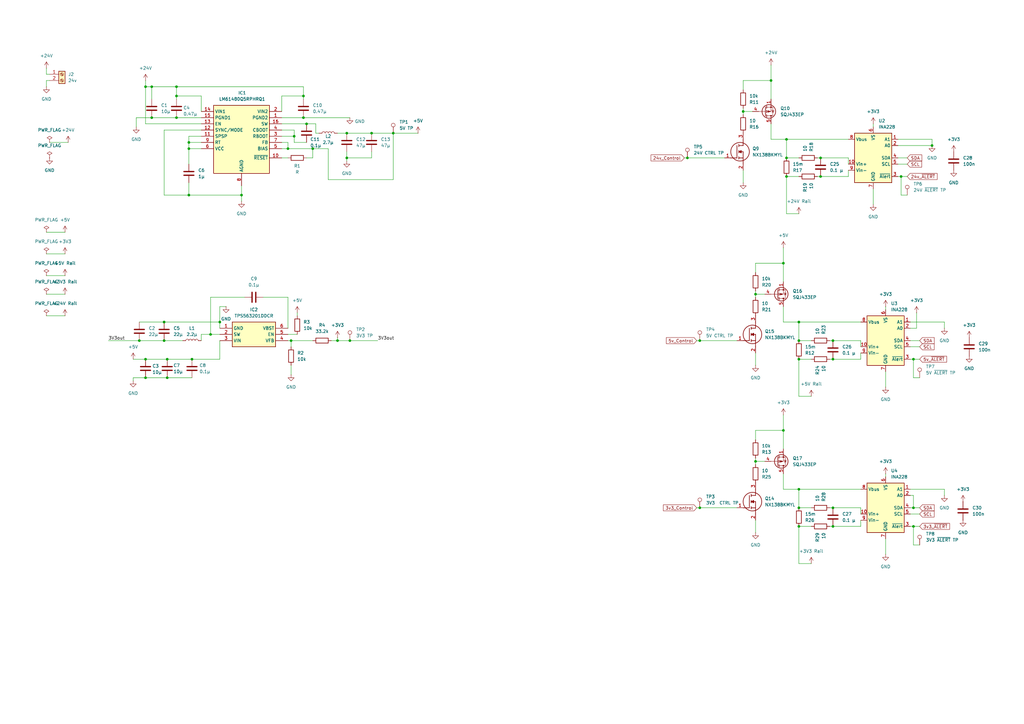
<source format=kicad_sch>
(kicad_sch (version 20231120) (generator "eeschema") (generator_version "8.0")
  (paper "A3")
  (title_block (title "Power supply and control"))
  (junction (at 59.69 147.32))
  (junction (at 322.58 72.39))
  (junction (at 309.88 189.23))
  (junction (at 161.29 54.61))
  (junction (at 59.69 154.94))
  (junction (at 62.23 35.56))
  (junction (at 327.66 200.66))
  (junction (at 99.06 80.01))
  (junction (at 341.63 208.28))
  (junction (at 72.39 48.26))
  (junction (at 77.47 60.96))
  (junction (at 281.94 64.77))
  (junction (at 304.8 45.72))
  (junction (at 62.23 48.26))
  (junction (at 152.4 54.61))
  (junction (at 336.55 64.77))
  (junction (at 341.63 147.32))
  (junction (at 374.65 208.28))
  (junction (at 327.66 215.9))
  (junction (at 59.69 35.56))
  (junction (at 124.46 48.26))
  (junction (at 374.65 215.9))
  (junction (at 287.02 139.7))
  (junction (at 77.47 58.42))
  (junction (at 382.27 59.69))
  (junction (at 327.66 147.32))
  (junction (at 316.23 33.02))
  (junction (at 124.46 39.37))
  (junction (at 327.66 139.7))
  (junction (at 57.15 139.7))
  (junction (at 142.24 54.61))
  (junction (at 72.39 39.37))
  (junction (at 341.63 215.9))
  (junction (at 118.11 60.96))
  (junction (at 138.43 139.7))
  (junction (at 128.27 60.96))
  (junction (at 125.73 50.8))
  (junction (at 321.31 176.53))
  (junction (at 119.38 139.7))
  (junction (at 142.24 64.77))
  (junction (at 78.74 147.32))
  (junction (at 287.02 208.28))
  (junction (at 322.58 57.15))
  (junction (at 374.65 147.32))
  (junction (at 68.58 147.32))
  (junction (at 67.31 139.7))
  (junction (at 67.31 132.08))
  (junction (at 72.39 35.56))
  (junction (at 77.47 80.01))
  (junction (at 341.63 139.7))
  (junction (at 327.66 132.08))
  (junction (at 120.65 55.88))
  (junction (at 143.51 139.7))
  (junction (at 322.58 64.77))
  (junction (at 86.36 137.16))
  (junction (at 321.31 107.95))
  (junction (at 336.55 72.39))
  (junction (at 90.17 132.08))
  (junction (at 68.58 154.94))
  (junction (at 327.66 208.28))
  (junction (at 309.88 120.65))
  (junction (at 369.57 72.39))
  (wire (pts (xy 327.66 162.56) (xy 332.74 162.56)))
  (wire (pts (xy 353.06 200.66) (xy 327.66 200.66)))
  (wire (pts (xy 309.88 180.34) (xy 309.88 176.53)))
  (wire (pts (xy 373.38 132.08) (xy 387.35 132.08)))
  (wire (pts (xy 369.57 72.39) (xy 368.3 72.39)))
  (wire (pts (xy 44.45 139.7) (xy 57.15 139.7)))
  (wire (pts (xy 309.88 119.38) (xy 309.88 120.65)))
  (wire (pts (xy 347.98 64.77) (xy 336.55 64.77)))
  (wire (pts (xy 19.05 104.14) (xy 26.67 104.14)))
  (wire (pts (xy 20.32 33.02) (xy 19.05 33.02)))
  (wire (pts (xy 19.05 95.25) (xy 26.67 95.25)))
  (wire (pts (xy 77.47 58.42) (xy 82.55 58.42)))
  (wire (pts (xy 67.31 132.08) (xy 90.17 132.08)))
  (wire (pts (xy 353.06 132.08) (xy 327.66 132.08)))
  (wire (pts (xy 124.46 40.64) (xy 124.46 39.37)))
  (wire (pts (xy 125.73 58.42) (xy 120.65 58.42)))
  (wire (pts (xy 327.66 215.9) (xy 332.74 215.9)))
  (wire (pts (xy 118.11 137.16) (xy 121.92 137.16)))
  (wire (pts (xy 19.05 120.65) (xy 26.67 120.65)))
  (wire (pts (xy 353.06 210.82) (xy 353.06 208.28)))
  (wire (pts (xy 309.88 213.36) (xy 309.88 218.44)))
  (wire (pts (xy 309.88 189.23) (xy 309.88 190.5)))
  (wire (pts (xy 77.47 80.01) (xy 99.06 80.01)))
  (wire (pts (xy 143.51 139.7) (xy 154.94 139.7)))
  (wire (pts (xy 377.19 210.82) (xy 373.38 210.82)))
  (wire (pts (xy 321.31 170.18) (xy 321.31 176.53)))
  (wire (pts (xy 353.06 213.36) (xy 353.06 215.9)))
  (wire (pts (xy 382.27 57.15) (xy 382.27 59.69)))
  (wire (pts (xy 19.05 27.94) (xy 19.05 30.48)))
  (wire (pts (xy 340.36 215.9) (xy 341.63 215.9)))
  (wire (pts (xy 115.57 55.88) (xy 120.65 55.88)))
  (wire (pts (xy 138.43 139.7) (xy 143.51 139.7)))
  (wire (pts (xy 322.58 72.39) (xy 327.66 72.39)))
  (wire (pts (xy 161.29 73.66) (xy 161.29 54.61)))
  (wire (pts (xy 327.66 147.32) (xy 332.74 147.32)))
  (wire (pts (xy 353.06 144.78) (xy 353.06 147.32)))
  (wire (pts (xy 321.31 194.31) (xy 321.31 200.66)))
  (wire (pts (xy 82.55 137.16) (xy 86.36 137.16)))
  (wire (pts (xy 118.11 139.7) (xy 119.38 139.7)))
  (wire (pts (xy 72.39 35.56) (xy 72.39 39.37)))
  (wire (pts (xy 90.17 139.7) (xy 90.17 147.32)))
  (wire (pts (xy 57.15 139.7) (xy 67.31 139.7)))
  (wire (pts (xy 321.31 125.73) (xy 321.31 132.08)))
  (wire (pts (xy 118.11 60.96) (xy 128.27 60.96)))
  (wire (pts (xy 20.32 58.42) (xy 27.94 58.42)))
  (wire (pts (xy 309.88 189.23) (xy 313.69 189.23)))
  (wire (pts (xy 100.33 121.92) (xy 86.36 121.92)))
  (wire (pts (xy 375.92 134.62) (xy 375.92 128.27)))
  (wire (pts (xy 54.61 154.94) (xy 59.69 154.94)))
  (wire (pts (xy 77.47 55.88) (xy 77.47 58.42)))
  (wire (pts (xy 327.66 139.7) (xy 332.74 139.7)))
  (wire (pts (xy 67.31 80.01) (xy 77.47 80.01)))
  (wire (pts (xy 347.98 57.15) (xy 322.58 57.15)))
  (wire (pts (xy 90.17 125.73) (xy 92.71 125.73)))
  (wire (pts (xy 59.69 35.56) (xy 59.69 50.8)))
  (wire (pts (xy 363.22 125.73) (xy 363.22 127)))
  (wire (pts (xy 19.05 33.02) (xy 19.05 35.56)))
  (wire (pts (xy 135.89 139.7) (xy 138.43 139.7)))
  (wire (pts (xy 77.47 60.96) (xy 77.47 67.31)))
  (wire (pts (xy 304.8 45.72) (xy 308.61 45.72)))
  (wire (pts (xy 377.19 142.24) (xy 373.38 142.24)))
  (wire (pts (xy 62.23 40.64) (xy 62.23 35.56)))
  (wire (pts (xy 129.54 50.8) (xy 129.54 54.61)))
  (wire (pts (xy 119.38 139.7) (xy 128.27 139.7)))
  (wire (pts (xy 19.05 30.48) (xy 20.32 30.48)))
  (wire (pts (xy 68.58 154.94) (xy 78.74 154.94)))
  (wire (pts (xy 118.11 58.42) (xy 118.11 60.96)))
  (wire (pts (xy 72.39 48.26) (xy 82.55 48.26)))
  (wire (pts (xy 82.55 139.7) (xy 82.55 137.16)))
  (wire (pts (xy 304.8 45.72) (xy 304.8 46.99)))
  (wire (pts (xy 287.02 139.7) (xy 302.26 139.7)))
  (wire (pts (xy 374.65 147.32) (xy 374.65 154.94)))
  (wire (pts (xy 358.14 50.8) (xy 358.14 52.07)))
  (wire (pts (xy 82.55 55.88) (xy 77.47 55.88)))
  (wire (pts (xy 363.22 194.31) (xy 363.22 195.58)))
  (wire (pts (xy 115.57 58.42) (xy 118.11 58.42)))
  (wire (pts (xy 327.66 147.32) (xy 327.66 162.56)))
  (wire (pts (xy 142.24 64.77) (xy 152.4 64.77)))
  (wire (pts (xy 322.58 87.63) (xy 327.66 87.63)))
  (wire (pts (xy 309.88 176.53) (xy 321.31 176.53)))
  (wire (pts (xy 142.24 62.23) (xy 142.24 64.77)))
  (wire (pts (xy 304.8 44.45) (xy 304.8 45.72)))
  (wire (pts (xy 129.54 54.61) (xy 130.81 54.61)))
  (wire (pts (xy 372.11 64.77) (xy 368.3 64.77)))
  (wire (pts (xy 377.19 208.28) (xy 374.65 208.28)))
  (wire (pts (xy 285.75 139.7) (xy 287.02 139.7)))
  (wire (pts (xy 340.36 139.7) (xy 341.63 139.7)))
  (wire (pts (xy 363.22 152.4) (xy 363.22 158.75)))
  (wire (pts (xy 387.35 132.08) (xy 387.35 134.62)))
  (wire (pts (xy 377.19 139.7) (xy 373.38 139.7)))
  (wire (pts (xy 374.65 147.32) (xy 373.38 147.32)))
  (wire (pts (xy 55.88 48.26) (xy 62.23 48.26)))
  (wire (pts (xy 142.24 54.61) (xy 152.4 54.61)))
  (wire (pts (xy 78.74 147.32) (xy 90.17 147.32)))
  (wire (pts (xy 121.92 128.27) (xy 121.92 129.54)))
  (wire (pts (xy 321.31 176.53) (xy 321.31 184.15)))
  (wire (pts (xy 125.73 64.77) (xy 128.27 64.77)))
  (wire (pts (xy 161.29 54.61) (xy 171.45 54.61)))
  (wire (pts (xy 124.46 35.56) (xy 72.39 35.56)))
  (wire (pts (xy 285.75 208.28) (xy 287.02 208.28)))
  (wire (pts (xy 316.23 26.67) (xy 316.23 33.02)))
  (wire (pts (xy 68.58 147.32) (xy 78.74 147.32)))
  (wire (pts (xy 304.8 69.85) (xy 304.8 74.93)))
  (wire (pts (xy 115.57 60.96) (xy 118.11 60.96)))
  (wire (pts (xy 134.62 73.66) (xy 161.29 73.66)))
  (wire (pts (xy 321.31 101.6) (xy 321.31 107.95)))
  (wire (pts (xy 353.06 215.9) (xy 341.63 215.9)))
  (wire (pts (xy 368.3 59.69) (xy 382.27 59.69)))
  (wire (pts (xy 57.15 132.08) (xy 67.31 132.08)))
  (wire (pts (xy 369.57 72.39) (xy 369.57 80.01)))
  (wire (pts (xy 321.31 107.95) (xy 321.31 115.57)))
  (wire (pts (xy 353.06 139.7) (xy 341.63 139.7)))
  (wire (pts (xy 55.88 48.26) (xy 55.88 52.07)))
  (wire (pts (xy 119.38 153.67) (xy 119.38 149.86)))
  (wire (pts (xy 90.17 125.73) (xy 90.17 132.08)))
  (wire (pts (xy 124.46 48.26) (xy 143.51 48.26)))
  (wire (pts (xy 82.55 60.96) (xy 77.47 60.96)))
  (wire (pts (xy 340.36 208.28) (xy 341.63 208.28)))
  (wire (pts (xy 128.27 60.96) (xy 134.62 60.96)))
  (wire (pts (xy 124.46 39.37) (xy 124.46 35.56)))
  (wire (pts (xy 373.38 203.2) (xy 374.65 203.2)))
  (wire (pts (xy 59.69 33.02) (xy 59.69 35.56)))
  (wire (pts (xy 309.88 144.78) (xy 309.88 149.86)))
  (wire (pts (xy 327.66 215.9) (xy 327.66 231.14)))
  (wire (pts (xy 363.22 220.98) (xy 363.22 227.33)))
  (wire (pts (xy 115.57 45.72) (xy 115.57 39.37)))
  (wire (pts (xy 281.94 64.77) (xy 297.18 64.77)))
  (wire (pts (xy 309.88 107.95) (xy 321.31 107.95)))
  (wire (pts (xy 119.38 139.7) (xy 119.38 142.24)))
  (wire (pts (xy 309.88 111.76) (xy 309.88 107.95)))
  (wire (pts (xy 309.88 187.96) (xy 309.88 189.23)))
  (wire (pts (xy 377.19 147.32) (xy 374.65 147.32)))
  (wire (pts (xy 82.55 39.37) (xy 72.39 39.37)))
  (wire (pts (xy 19.05 129.54) (xy 26.67 129.54)))
  (wire (pts (xy 54.61 147.32) (xy 59.69 147.32)))
  (wire (pts (xy 327.66 132.08) (xy 327.66 139.7)))
  (wire (pts (xy 321.31 200.66) (xy 327.66 200.66)))
  (wire (pts (xy 374.65 208.28) (xy 373.38 208.28)))
  (wire (pts (xy 142.24 64.77) (xy 142.24 66.04)))
  (wire (pts (xy 304.8 33.02) (xy 316.23 33.02)))
  (wire (pts (xy 120.65 53.34) (xy 115.57 53.34)))
  (wire (pts (xy 377.19 215.9) (xy 374.65 215.9)))
  (wire (pts (xy 67.31 53.34) (xy 67.31 80.01)))
  (wire (pts (xy 99.06 80.01) (xy 99.06 82.55)))
  (wire (pts (xy 377.19 223.52) (xy 374.65 223.52)))
  (wire (pts (xy 77.47 58.42) (xy 77.47 60.96)))
  (wire (pts (xy 90.17 134.62) (xy 90.17 132.08)))
  (wire (pts (xy 347.98 67.31) (xy 347.98 64.77)))
  (wire (pts (xy 327.66 231.14) (xy 332.74 231.14)))
  (wire (pts (xy 374.65 215.9) (xy 373.38 215.9)))
  (wire (pts (xy 118.11 121.92) (xy 107.95 121.92)))
  (wire (pts (xy 372.11 67.31) (xy 368.3 67.31)))
  (wire (pts (xy 387.35 200.66) (xy 387.35 203.2)))
  (wire (pts (xy 86.36 121.92) (xy 86.36 137.16)))
  (wire (pts (xy 287.02 208.28) (xy 302.26 208.28)))
  (wire (pts (xy 138.43 54.61) (xy 142.24 54.61)))
  (wire (pts (xy 67.31 139.7) (xy 74.93 139.7)))
  (wire (pts (xy 115.57 50.8) (xy 125.73 50.8)))
  (wire (pts (xy 115.57 39.37) (xy 124.46 39.37)))
  (wire (pts (xy 59.69 35.56) (xy 62.23 35.56)))
  (wire (pts (xy 125.73 50.8) (xy 129.54 50.8)))
  (wire (pts (xy 322.58 64.77) (xy 327.66 64.77)))
  (wire (pts (xy 347.98 72.39) (xy 336.55 72.39)))
  (wire (pts (xy 353.06 142.24) (xy 353.06 139.7)))
  (wire (pts (xy 120.65 55.88) (xy 120.65 53.34)))
  (wire (pts (xy 59.69 50.8) (xy 82.55 50.8)))
  (wire (pts (xy 118.11 134.62) (xy 118.11 121.92)))
  (wire (pts (xy 152.4 62.23) (xy 152.4 64.77)))
  (wire (pts (xy 304.8 36.83) (xy 304.8 33.02)))
  (wire (pts (xy 309.88 120.65) (xy 313.69 120.65)))
  (wire (pts (xy 115.57 48.26) (xy 124.46 48.26)))
  (wire (pts (xy 373.38 134.62) (xy 375.92 134.62)))
  (wire (pts (xy 128.27 60.96) (xy 128.27 64.77)))
  (wire (pts (xy 138.43 138.43) (xy 138.43 139.7)))
  (wire (pts (xy 347.98 69.85) (xy 347.98 72.39)))
  (wire (pts (xy 353.06 208.28) (xy 341.63 208.28)))
  (wire (pts (xy 72.39 39.37) (xy 72.39 40.64)))
  (wire (pts (xy 368.3 57.15) (xy 382.27 57.15)))
  (wire (pts (xy 316.23 57.15) (xy 322.58 57.15)))
  (wire (pts (xy 59.69 147.32) (xy 68.58 147.32)))
  (wire (pts (xy 62.23 35.56) (xy 72.39 35.56)))
  (wire (pts (xy 152.4 54.61) (xy 161.29 54.61)))
  (wire (pts (xy 120.65 58.42) (xy 120.65 55.88)))
  (wire (pts (xy 374.65 203.2) (xy 374.65 208.28)))
  (wire (pts (xy 134.62 73.66) (xy 134.62 60.96)))
  (wire (pts (xy 316.23 50.8) (xy 316.23 57.15)))
  (wire (pts (xy 309.88 120.65) (xy 309.88 121.92)))
  (wire (pts (xy 82.55 53.34) (xy 67.31 53.34)))
  (wire (pts (xy 280.67 64.77) (xy 281.94 64.77)))
  (wire (pts (xy 327.66 200.66) (xy 327.66 208.28)))
  (wire (pts (xy 327.66 208.28) (xy 332.74 208.28)))
  (wire (pts (xy 335.28 64.77) (xy 336.55 64.77)))
  (wire (pts (xy 322.58 72.39) (xy 322.58 87.63)))
  (wire (pts (xy 335.28 72.39) (xy 336.55 72.39)))
  (wire (pts (xy 19.05 113.03) (xy 26.67 113.03)))
  (wire (pts (xy 77.47 74.93) (xy 77.47 80.01)))
  (wire (pts (xy 373.38 200.66) (xy 387.35 200.66)))
  (wire (pts (xy 316.23 33.02) (xy 316.23 40.64)))
  (wire (pts (xy 353.06 147.32) (xy 341.63 147.32)))
  (wire (pts (xy 99.06 76.2) (xy 99.06 80.01)))
  (wire (pts (xy 115.57 64.77) (xy 118.11 64.77)))
  (wire (pts (xy 377.19 154.94) (xy 374.65 154.94)))
  (wire (pts (xy 54.61 156.21) (xy 54.61 154.94)))
  (wire (pts (xy 62.23 48.26) (xy 72.39 48.26)))
  (wire (pts (xy 372.11 72.39) (xy 369.57 72.39)))
  (wire (pts (xy 374.65 215.9) (xy 374.65 223.52)))
  (wire (pts (xy 59.69 154.94) (xy 68.58 154.94)))
  (wire (pts (xy 322.58 57.15) (xy 322.58 64.77)))
  (wire (pts (xy 340.36 147.32) (xy 341.63 147.32)))
  (wire (pts (xy 372.11 80.01) (xy 369.57 80.01)))
  (wire (pts (xy 86.36 137.16) (xy 90.17 137.16)))
  (wire (pts (xy 82.55 45.72) (xy 82.55 39.37)))
  (wire (pts (xy 321.31 132.08) (xy 327.66 132.08)))
  (wire (pts (xy 358.14 77.47) (xy 358.14 83.82)))
  (label "3V3out" (at 44.45 139.7 0))
  (label "3V3out" (at 154.94 139.7 0))
  (global_label "3v3_~{ALERT}" (shape input) (at 377.19 215.9 0) (property "Intersheetrefs" "${INTERSHEET_REFS}" (effects (hide yes))))
  (global_label "24v_Control" (shape input) (at 280.67 64.77 180) (property "Intersheetrefs" "${INTERSHEET_REFS}" (effects (hide yes))))
  (global_label "SDA" (shape input) (at 377.19 208.28 0) (property "Intersheetrefs" "${INTERSHEET_REFS}" (effects (hide yes))))
  (global_label "SDA" (shape input) (at 377.19 139.7 0) (property "Intersheetrefs" "${INTERSHEET_REFS}" (effects (hide yes))))
  (global_label "5v_~{ALERT}" (shape input) (at 377.19 147.32 0) (property "Intersheetrefs" "${INTERSHEET_REFS}" (effects (hide yes))))
  (global_label "SCL" (shape input) (at 377.19 210.82 0) (property "Intersheetrefs" "${INTERSHEET_REFS}" (effects (hide yes))))
  (global_label "24v_~{ALERT}" (shape input) (at 372.11 72.39 0) (property "Intersheetrefs" "${INTERSHEET_REFS}" (effects (hide yes))))
  (global_label "3v3_Control" (shape input) (at 285.75 208.28 180) (property "Intersheetrefs" "${INTERSHEET_REFS}" (effects (hide yes))))
  (global_label "SCL" (shape input) (at 377.19 142.24 0) (property "Intersheetrefs" "${INTERSHEET_REFS}" (effects (hide yes))))
  (global_label "SDA" (shape input) (at 372.11 64.77 0) (property "Intersheetrefs" "${INTERSHEET_REFS}" (effects (hide yes))))
  (global_label "SCL" (shape input) (at 372.11 67.31 0) (property "Intersheetrefs" "${INTERSHEET_REFS}" (effects (hide yes))))
  (global_label "5v_Control" (shape input) (at 285.75 139.7 180) (property "Intersheetrefs" "${INTERSHEET_REFS}" (effects (hide yes))))
  (symbol (lib_id "Connector:TestPoint") (at 377.19 223.52 0) (unit 1)
    (property "Reference" "TP8" (at 379.73 218.9479 0) (effects (justify left)))
    (property "Value" "3V3 ~{ALERT} TP" (at 379.73 221.4879 0) (effects (justify left)))
    (property "Footprint" "TestPoint:TestPoint_Keystone_5000-5004_Miniature" (effects (hide yes)))
    (property "Description" "test point" (effects (hide yes)))
  )
  (symbol (lib_id "power:GND") (at 55.88 52.07 0) (unit 1)
    (property "Reference" "#PWR03" (effects (hide yes)))
    (property "Value" "GND" (at 55.88 57.15 0))
    (property "Description" "Power symbol creates a global label with name \"GND\" , ground" (effects (hide yes)))
  )
  (symbol (lib_id "power custom:+5V Rail") (at 26.67 113.03 0) (unit 1)
    (property "Reference" "#PWR0125" (effects (hide yes)))
    (property "Value" "+5V Rail" (at 26.67 107.95 0))
    (property "Description" "Power symbol creates a global label with name \"+5V Rail\"" (effects (hide yes)))
  )
  (symbol (lib_id "Device:R") (at 336.55 139.7 270) (mirror x) (unit 1)
    (property "Reference" "R23" (at 337.8201 137.16 0) (effects (justify left)))
    (property "Value" "10" (at 335.2801 137.16 0) (effects (justify left)))
    (property "Footprint" "Resistor_SMD:R_0603_1608Metric" (effects (hide yes)))
    (property "Description" "Resistor" (effects (hide yes)))
  )
  (symbol (lib_id "Device:C") (at 59.69 151.13 0) (unit 1)
    (property "Reference" "C3" (at 62.484 150.114 0) (effects (justify left)))
    (property "Value" "10µ" (at 62.484 152.654 0) (effects (justify left)))
    (property "Footprint" "Capacitor_SMD:C_0603_1608Metric" (effects (hide yes)))
    (property "Description" "Unpolarized capacitor" (effects (hide yes)))
  )
  (symbol (lib_id "Device:R") (at 336.55 208.28 270) (mirror x) (unit 1)
    (property "Reference" "R28" (at 337.8201 205.74 0) (effects (justify left)))
    (property "Value" "10" (at 335.2801 205.74 0) (effects (justify left)))
    (property "Footprint" "Resistor_SMD:R_0603_1608Metric" (effects (hide yes)))
    (property "Description" "Resistor" (effects (hide yes)))
  )
  (symbol (lib_id "Device:C") (at 68.58 151.13 0) (unit 1)
    (property "Reference" "C7" (at 71.12 149.86 0) (effects (justify left)))
    (property "Value" "10µ" (at 71.12 152.4 0) (effects (justify left)))
    (property "Footprint" "Capacitor_SMD:C_0603_1608Metric" (effects (hide yes)))
    (property "Description" "Unpolarized capacitor" (effects (hide yes)))
  )
  (symbol (lib_id "Device:R") (at 336.55 147.32 90) (mirror x) (unit 1)
    (property "Reference" "R24" (at 335.2799 149.86 0) (effects (justify left)))
    (property "Value" "10" (at 337.8199 149.86 0) (effects (justify left)))
    (property "Footprint" "Resistor_SMD:R_0603_1608Metric" (effects (hide yes)))
    (property "Description" "Resistor" (effects (hide yes)))
  )
  (symbol (lib_id "Device:C") (at 125.73 54.61 0) (unit 1)
    (property "Reference" "C11" (at 127.254 57.15 0) (effects (justify left)))
    (property "Value" "0.1µ" (at 127.254 59.69 0) (effects (justify left)))
    (property "Footprint" "Capacitor_SMD:C_0603_1608Metric" (effects (hide yes)))
    (property "Description" "Unpolarized capacitor" (effects (hide yes)))
  )
  (symbol (lib_id "Device:R") (at 121.92 64.77 90) (unit 1)
    (property "Reference" "R1" (at 121.92 68.072 90))
    (property "Value" "R" (at 121.92 70.612 90))
    (property "Footprint" "Resistor_SMD:R_0603_1608Metric" (effects (hide yes)))
    (property "Description" "Resistor" (effects (hide yes)))
  )
  (symbol (lib_id "power:+5V") (at 26.67 95.25 0) (unit 1)
    (property "Reference" "#PWR0126" (effects (hide yes)))
    (property "Value" "+5V" (at 26.67 90.17 0))
    (property "Description" "Power symbol creates a global label with name \"+5V\"" (effects (hide yes)))
  )
  (symbol (lib_id "power:GND") (at 358.14 83.82 0) (unit 1)
    (property "Reference" "#PWR088" (effects (hide yes)))
    (property "Value" "GND" (at 358.14 88.9 0))
    (property "Description" "Power symbol creates a global label with name \"GND\" , ground" (effects (hide yes)))
  )
  (symbol (lib_id "power:PWR_FLAG") (at 19.05 129.54 0) (unit 1)
    (property "Reference" "#FLG07" (effects (hide yes)))
    (property "Value" "PWR_FLAG" (at 19.05 124.46 0))
    (property "Description" "Special symbol for telling ERC where power comes from" (effects (hide yes)))
  )
  (symbol (lib_id "power:GND") (at 387.35 203.2 0) (unit 1)
    (property "Reference" "#PWR0101" (effects (hide yes)))
    (property "Value" "GND" (at 387.35 208.28 0))
    (property "Description" "Power symbol creates a global label with name \"GND\" , ground" (effects (hide yes)))
  )
  (symbol (lib_id "Connector:TestPoint") (at 281.94 64.77 0) (unit 1)
    (property "Reference" "TP5" (at 284.48 60.1979 0) (effects (justify left)))
    (property "Value" "24V CTRL TP" (at 284.48 62.7379 0) (effects (justify left)))
    (property "Footprint" "TestPoint:TestPoint_Keystone_5000-5004_Miniature" (effects (hide yes)))
    (property "Description" "test point" (effects (hide yes)))
  )
  (symbol (lib_id "Device:R") (at 121.92 133.35 0) (unit 1)
    (property "Reference" "R3" (at 124.46 132.0799 0) (effects (justify left)))
    (property "Value" "10k" (at 124.46 134.6199 0) (effects (justify left)))
    (property "Footprint" "Resistor_SMD:R_0603_1608Metric" (effects (hide yes)))
    (property "Description" "Resistor" (effects (hide yes)))
  )
  (symbol (lib_id "Device:C") (at 67.31 135.89 0) (unit 1)
    (property "Reference" "C5" (at 71.12 134.6199 0) (effects (justify left)))
    (property "Value" "22µ" (at 71.12 137.1599 0) (effects (justify left)))
    (property "Footprint" "Capacitor_SMD:C_0603_1608Metric" (effects (hide yes)))
    (property "Description" "Unpolarized capacitor" (effects (hide yes)))
  )
  (symbol (lib_id "power:+3V3") (at 138.43 138.43 0) (unit 1)
    (property "Reference" "#PWR011" (effects (hide yes)))
    (property "Value" "+3V3" (at 138.43 133.35 0))
    (property "Description" "Power symbol creates a global label with name \"+3V3\"" (effects (hide yes)))
  )
  (symbol (lib_id "Connector:TestPoint") (at 161.29 54.61 0) (unit 1)
    (property "Reference" "TP1" (at 163.83 50.0379 0) (effects (justify left)))
    (property "Value" "5V TP" (at 163.83 52.5779 0) (effects (justify left)))
    (property "Footprint" "TestPoint:TestPoint_Keystone_5000-5004_Miniature" (effects (hide yes)))
    (property "Description" "test point" (effects (hide yes)))
  )
  (symbol (lib_id "Device:C") (at 394.97 209.55 0) (unit 1)
    (property "Reference" "C30" (at 398.78 208.2799 0) (effects (justify left)))
    (property "Value" "100n" (at 398.78 210.8199 0) (effects (justify left)))
    (property "Footprint" "Capacitor_SMD:C_0603_1608Metric" (effects (hide yes)))
    (property "Description" "Unpolarized capacitor" (effects (hide yes)))
  )
  (symbol (lib_id "Device:R") (at 309.88 115.57 0) (mirror x) (unit 1)
    (property "Reference" "R20" (at 312.42 116.8401 0) (effects (justify left)))
    (property "Value" "10k" (at 312.42 114.3001 0) (effects (justify left)))
    (property "Footprint" "Resistor_SMD:R_0603_1608Metric" (effects (hide yes)))
    (property "Description" "Resistor" (effects (hide yes)))
  )
  (symbol (lib_id "power:PWR_FLAG") (at 19.05 104.14 0) (unit 1)
    (property "Reference" "#FLG02" (effects (hide yes)))
    (property "Value" "PWR_FLAG" (at 19.05 99.06 0))
    (property "Description" "Special symbol for telling ERC where power comes from" (effects (hide yes)))
  )
  (symbol (lib_id "power:+3V3") (at 391.16 62.23 0) (unit 1)
    (property "Reference" "#PWR0111" (effects (hide yes)))
    (property "Value" "+3V3" (at 391.16 57.15 0))
    (property "Description" "Power symbol creates a global label with name \"+3V3\"" (effects (hide yes)))
  )
  (symbol (lib_id "Device:R") (at 304.8 40.64 0) (mirror x) (unit 1)
    (property "Reference" "R11" (at 307.34 41.9101 0) (effects (justify left)))
    (property "Value" "10k" (at 307.34 39.3701 0) (effects (justify left)))
    (property "Footprint" "Resistor_SMD:R_0603_1608Metric" (effects (hide yes)))
    (property "Description" "Resistor" (effects (hide yes)))
  )
  (symbol (lib_id "Device:C") (at 62.23 44.45 0) (unit 1)
    (property "Reference" "C1" (at 66.04 43.1799 0) (effects (justify left)))
    (property "Value" "10µ" (at 66.04 45.7199 0) (effects (justify left)))
    (property "Footprint" "Capacitor_SMD:C_0603_1608Metric" (effects (hide yes)))
    (property "Description" "Unpolarized capacitor" (effects (hide yes)))
  )
  (symbol (lib_id "power_custom:+5V Rail") (at 332.74 162.56 0) (unit 1)
    (property "Reference" "#PWR085" (effects (hide yes)))
    (property "Value" "+5V Rail" (at 332.74 157.48 0))
    (property "Description" "Power symbol creates a global label with name \"+5V Rail\"" (effects (hide yes)))
  )
  (symbol (lib_id "misc:NX138BKMYL") (at 297.18 64.77 0) (unit 1)
    (property "Reference" "Q9" (at 308.61 60.9599 0) (effects (justify left)))
    (property "Value" "NX138BKMYL" (at 308.61 63.4999 0) (effects (justify left)))
    (property "Footprint" "custom:NX138BKMYL" (effects (hide yes)))
    (property "Datasheet" "https://assets.nexperia.com/documents/data-sheet/NX138BKM.pdf" (effects (hide yes)))
    (property "Description" "N-Channel 60 V 380mA (Ta) 380mW (Ta), 2.8W (Tc) Surface Mount SOT-883" (effects (hide yes)))
    (property "Height" "0.5" (effects (hide yes)))
    (property "Mouser Part Number" "771-NX138BKMYL" (effects (hide yes)))
    (property "Mouser Price/Stock" "https://www.mouser.co.uk/ProductDetail/Nexperia/NX138BKMYL?qs=zW32dvEIR3uB50xZu9DH6A%3D%3D" (effects (hide yes)))
    (property "Manufacturer_Name" "Nexperia" (effects (hide yes)))
    (property "Manufacturer_Part_Number" "NX138BKMYL" (effects (hide yes)))
  )
  (symbol (lib_id "power:GND") (at 397.51 146.05 0) (unit 1)
    (property "Reference" "#PWR0114" (effects (hide yes)))
    (property "Value" "GND" (at 397.51 151.13 0))
    (property "Description" "Power symbol creates a global label with name \"GND\" , ground" (effects (hide yes)))
  )
  (symbol (lib_id "power:GND") (at 20.32 64.77 0) (unit 1)
    (property "Reference" "#PWR0127" (effects (hide yes)))
    (property "Value" "GND" (at 20.32 69.85 0))
    (property "Description" "Power symbol creates a global label with name \"GND\" , ground" (effects (hide yes)))
  )
  (symbol (lib_id "Device:C") (at 78.74 151.13 0) (unit 1)
    (property "Reference" "C8" (at 81.788 149.86 0) (effects (justify left)))
    (property "Value" "0.1µ" (at 81.788 152.4 0) (effects (justify left)))
    (property "Footprint" "Capacitor_SMD:C_0603_1608Metric" (effects (hide yes)))
    (property "Description" "Unpolarized capacitor" (effects (hide yes)))
  )
  (symbol (lib_id "misc:NX138BKMYL") (at 302.26 208.28 0) (unit 1)
    (property "Reference" "Q14" (at 313.69 204.4699 0) (effects (justify left)))
    (property "Value" "NX138BKMYL" (at 313.69 207.0099 0) (effects (justify left)))
    (property "Footprint" "custom:NX138BKMYL" (effects (hide yes)))
    (property "Datasheet" "https://assets.nexperia.com/documents/data-sheet/NX138BKM.pdf" (effects (hide yes)))
    (property "Description" "N-Channel 60 V 380mA (Ta) 380mW (Ta), 2.8W (Tc) Surface Mount SOT-883" (effects (hide yes)))
    (property "Height" "0.5" (effects (hide yes)))
    (property "Mouser Part Number" "771-NX138BKMYL" (effects (hide yes)))
    (property "Mouser Price/Stock" "https://www.mouser.co.uk/ProductDetail/Nexperia/NX138BKMYL?qs=zW32dvEIR3uB50xZu9DH6A%3D%3D" (effects (hide yes)))
    (property "Manufacturer_Name" "Nexperia" (effects (hide yes)))
    (property "Manufacturer_Part_Number" "NX138BKMYL" (effects (hide yes)))
  )
  (symbol (lib_id "misc:SQJ433EP") (at 318.77 120.65 0) (unit 1)
    (property "Reference" "Q16" (at 325.12 119.3799 0) (effects (justify left)))
    (property "Value" "SQJ433EP" (at 325.12 121.9199 0) (effects (justify left)))
    (property "Footprint" "Package_SO:PowerPAK_SO-8L_Single" (effects (hide yes)))
    (property "Datasheet" "https://www.vishay.com/docs/62917/sqj433ep.pdf" (effects (hide yes)))
    (property "Description" "-22A Id, -30V Vds, 2.9mOhm Rds, P-Channel MOSFET, DirectFET MX" (effects (hide yes)))
  )
  (symbol (lib_id "power:+5V") (at 171.45 54.61 0) (unit 1)
    (property "Reference" "#PWR016" (effects (hide yes)))
    (property "Value" "+5V" (at 171.45 49.53 0))
    (property "Description" "Power symbol creates a global label with name \"+5V\"" (effects (hide yes)))
  )
  (symbol (lib_id "Device:R") (at 309.88 184.15 0) (mirror x) (unit 1)
    (property "Reference" "R13" (at 312.42 185.4201 0) (effects (justify left)))
    (property "Value" "10k" (at 312.42 182.8801 0) (effects (justify left)))
    (property "Footprint" "Resistor_SMD:R_0603_1608Metric" (effects (hide yes)))
    (property "Description" "Resistor" (effects (hide yes)))
  )
  (symbol (lib_id "power:+3V3") (at 363.22 194.31 0) (unit 1)
    (property "Reference" "#PWR099" (effects (hide yes)))
    (property "Value" "+3V3" (at 363.22 189.23 0))
    (property "Description" "Power symbol creates a global label with name \"+3V3\"" (effects (hide yes)))
  )
  (symbol (lib_id "Device:C") (at 104.14 121.92 90) (unit 1)
    (property "Reference" "C9" (at 104.14 114.3 90))
    (property "Value" "0.1µ" (at 104.14 116.84 90))
    (property "Footprint" "Capacitor_SMD:C_0603_1608Metric" (effects (hide yes)))
    (property "Description" "Unpolarized capacitor" (effects (hide yes)))
  )
  (symbol (lib_id "power:PWR_FLAG") (at 19.05 120.65 0) (unit 1)
    (property "Reference" "#FLG06" (effects (hide yes)))
    (property "Value" "PWR_FLAG" (at 19.05 115.57 0))
    (property "Description" "Special symbol for telling ERC where power comes from" (effects (hide yes)))
  )
  (symbol (lib_id "power custom:+3V3 Rail") (at 26.67 120.65 0) (unit 1)
    (property "Reference" "#PWR0130" (effects (hide yes)))
    (property "Value" "+3V3 Rail" (at 26.67 115.57 0))
    (property "Description" "Power symbol creates a global label with name \"+3V3 Rail\"" (effects (hide yes)))
  )
  (symbol (lib_id "power_custom:+24V Rail") (at 327.66 87.63 0) (unit 1)
    (property "Reference" "#PWR084" (effects (hide yes)))
    (property "Value" "+24V Rail" (at 327.66 82.55 0))
    (property "Description" "Power symbol creates a global label with name \"+24V Rail\"" (effects (hide yes)))
  )
  (symbol (lib_id "power_custom:+3V3 Rail") (at 332.74 231.14 0) (unit 1)
    (property "Reference" "#PWR096" (effects (hide yes)))
    (property "Value" "+3V3 Rail" (at 332.74 226.06 0))
    (property "Description" "Power symbol creates a global label with name \"+3V3 Rail\"" (effects (hide yes)))
  )
  (symbol (lib_id "power:GND") (at 309.88 149.86 0) (unit 1)
    (property "Reference" "#PWR090" (effects (hide yes)))
    (property "Value" "GND" (at 309.88 154.94 0))
    (property "Description" "Power symbol creates a global label with name \"GND\" , ground" (effects (hide yes)))
  )
  (symbol (lib_id "power:GND") (at 363.22 227.33 0) (unit 1)
    (property "Reference" "#PWR0100" (effects (hide yes)))
    (property "Value" "GND" (at 363.22 232.41 0))
    (property "Description" "Power symbol creates a global label with name \"GND\" , ground" (effects (hide yes)))
  )
  (symbol (lib_id "Device:R") (at 309.88 194.31 0) (mirror x) (unit 1)
    (property "Reference" "R25" (at 312.42 195.5801 0) (effects (justify left)))
    (property "Value" "10" (at 312.42 193.0401 0) (effects (justify left)))
    (property "Footprint" "Resistor_SMD:R_0603_1608Metric" (effects (hide yes)))
    (property "Description" "Resistor" (effects (hide yes)))
  )
  (symbol (lib_id "power:GND") (at 304.8 74.93 0) (unit 1)
    (property "Reference" "#PWR081" (effects (hide yes)))
    (property "Value" "GND" (at 304.8 80.01 0))
    (property "Description" "Power symbol creates a global label with name \"GND\" , ground" (effects (hide yes)))
  )
  (symbol (lib_id "misc:SQJ433EP") (at 318.77 189.23 0) (unit 1)
    (property "Reference" "Q17" (at 325.12 187.9599 0) (effects (justify left)))
    (property "Value" "SQJ433EP" (at 325.12 190.4999 0) (effects (justify left)))
    (property "Footprint" "Package_SO:PowerPAK_SO-8L_Single" (effects (hide yes)))
    (property "Datasheet" "https://www.vishay.com/docs/62917/sqj433ep.pdf" (effects (hide yes)))
    (property "Description" "-22A Id, -30V Vds, 2.9mOhm Rds, P-Channel MOSFET, DirectFET MX" (effects (hide yes)))
  )
  (symbol (lib_id "Connector:TestPoint") (at 287.02 139.7 0) (unit 1)
    (property "Reference" "TP4" (at 289.56 135.1279 0) (effects (justify left)))
    (property "Value" "5V CTRL TP" (at 289.56 137.6679 0) (effects (justify left)))
    (property "Footprint" "TestPoint:TestPoint_Keystone_5000-5004_Miniature" (effects (hide yes)))
    (property "Description" "test point" (effects (hide yes)))
  )
  (symbol (lib_id "Device:R") (at 322.58 68.58 0) (mirror x) (unit 1)
    (property "Reference" "R17" (at 325.12 69.8501 0) (effects (justify left)))
    (property "Value" "15m" (at 325.12 67.3101 0) (effects (justify left)))
    (property "Footprint" "Resistor_SMD:R_0603_1608Metric" (effects (hide yes)))
    (property "Datasheet" "https://www.vishay.com/docs/30122/wslp.pdf" (effects (hide yes)))
    (property "Description" "Resistor" (effects (hide yes)))
  )
  (symbol (lib_id "power:GND") (at 142.24 66.04 0) (unit 1)
    (property "Reference" "#PWR012" (effects (hide yes)))
    (property "Value" "GND" (at 142.24 71.12 0))
    (property "Description" "Power symbol creates a global label with name \"GND\" , ground" (effects (hide yes)))
  )
  (symbol (lib_id "Device:R") (at 336.55 215.9 90) (mirror x) (unit 1)
    (property "Reference" "R29" (at 335.2799 218.44 0) (effects (justify left)))
    (property "Value" "10" (at 337.8199 218.44 0) (effects (justify left)))
    (property "Footprint" "Resistor_SMD:R_0603_1608Metric" (effects (hide yes)))
    (property "Description" "Resistor" (effects (hide yes)))
  )
  (symbol (lib_id "Sensor_Energy:INA228") (at 363.22 208.28 0) (unit 1)
    (property "Reference" "U4" (at 365.4141 193.04 0) (effects (justify left)))
    (property "Value" "INA228" (at 365.4141 195.58 0) (effects (justify left)))
    (property "Footprint" "Package_SO:VSSOP-10_3x3mm_P0.5mm" (effects (hide yes)))
    (property "Datasheet" "https://www.ti.com/lit/ds/symlink/ina228.pdf" (effects (hide yes)))
    (property "Description" "High-Side or Low-Side Measurement, Bi-Directional Current and Power Monitor (0-85V) with I2C, SMBus-, and PMBus-Compatible Interface, VSSOP-10" (effects (hide yes)))
  )
  (symbol (lib_id "Device:C") (at 397.51 142.24 0) (unit 1)
    (property "Reference" "C29" (at 401.32 140.9699 0) (effects (justify left)))
    (property "Value" "100n" (at 401.32 143.5099 0) (effects (justify left)))
    (property "Footprint" "Capacitor_SMD:C_0603_1608Metric" (effects (hide yes)))
    (property "Description" "Unpolarized capacitor" (effects (hide yes)))
  )
  (symbol (lib_id "power:GND") (at 99.06 82.55 0) (unit 1)
    (property "Reference" "#PWR08" (effects (hide yes)))
    (property "Value" "GND" (at 99.06 87.63 0))
    (property "Description" "Power symbol creates a global label with name \"GND\" , ground" (effects (hide yes)))
  )
  (symbol (lib_id "power:+24V") (at 27.94 58.42 0) (unit 1)
    (property "Reference" "#PWR0128" (effects (hide yes)))
    (property "Value" "+24V" (at 27.94 53.34 0))
    (property "Description" "Power symbol creates a global label with name \"+24V\"" (effects (hide yes)))
  )
  (symbol (lib_id "power custom:+24V Rail") (at 26.67 129.54 0) (unit 1)
    (property "Reference" "#PWR0131" (effects (hide yes)))
    (property "Value" "+24V Rail" (at 26.67 124.46 0))
    (property "Description" "Power symbol creates a global label with name \"+24V Rail\"" (effects (hide yes)))
  )
  (symbol (lib_id "Device:L") (at 78.74 139.7 90) (unit 1)
    (property "Reference" "L1" (at 78.74 134.62 90))
    (property "Value" "2.2µ" (at 78.74 137.16 90))
    (property "Datasheet" "https://www.vishay.com/docs/34633/ifdc2525dz.pdf" (effects (hide yes)))
    (property "Description" "Inductor" (effects (hide yes)))
  )
  (symbol (lib_id "power:PWR_FLAG") (at 19.05 113.03 0) (unit 1)
    (property "Reference" "#FLG05" (effects (hide yes)))
    (property "Value" "PWR_FLAG" (at 19.05 107.95 0))
    (property "Description" "Special symbol for telling ERC where power comes from" (effects (hide yes)))
  )
  (symbol (lib_id "misc:SQJ433EP") (at 313.69 45.72 0) (unit 1)
    (property "Reference" "Q10" (at 320.04 44.4499 0) (effects (justify left)))
    (property "Value" "SQJ433EP" (at 320.04 46.9899 0) (effects (justify left)))
    (property "Footprint" "Package_SO:PowerPAK_SO-8L_Single" (effects (hide yes)))
    (property "Datasheet" "https://www.vishay.com/docs/62917/sqj433ep.pdf" (effects (hide yes)))
    (property "Description" "-22A Id, -30V Vds, 2.9mOhm Rds, P-Channel MOSFET, DirectFET MX" (effects (hide yes)))
  )
  (symbol (lib_id "Device:R") (at 119.38 146.05 180) (unit 1)
    (property "Reference" "R2" (at 121.92 144.7799 0) (effects (justify right)))
    (property "Value" "10k" (at 121.92 147.3199 0) (effects (justify right)))
    (property "Footprint" "Resistor_SMD:R_0603_1608Metric" (effects (hide yes)))
    (property "Description" "Resistor" (effects (hide yes)))
  )
  (symbol (lib_id "power:+24V") (at 19.05 27.94 0) (unit 1)
    (property "Reference" "#PWR014" (effects (hide yes)))
    (property "Value" "+24V" (at 19.05 22.86 0))
    (property "Description" "Power symbol creates a global label with name \"+24V\"" (effects (hide yes)))
  )
  (symbol (lib_id "power:GND") (at 19.05 35.56 0) (unit 1)
    (property "Reference" "#PWR015" (effects (hide yes)))
    (property "Value" "GND" (at 19.05 40.64 0))
    (property "Description" "Power symbol creates a global label with name \"GND\" , ground" (effects (hide yes)))
  )
  (symbol (lib_id "power:+24V") (at 316.23 26.67 0) (unit 1)
    (property "Reference" "#PWR082" (effects (hide yes)))
    (property "Value" "+24V" (at 316.23 21.59 0))
    (property "Description" "Power symbol creates a global label with name \"+24V\"" (effects (hide yes)))
  )
  (symbol (lib_id "Connector:TestPoint") (at 372.11 80.01 0) (unit 1)
    (property "Reference" "TP6" (at 374.65 75.4379 0) (effects (justify left)))
    (property "Value" "24V ~{ALERT} TP" (at 374.65 77.9779 0) (effects (justify left)))
    (property "Footprint" "TestPoint:TestPoint_Keystone_5000-5004_Miniature" (effects (hide yes)))
    (property "Description" "test point" (effects (hide yes)))
  )
  (symbol (lib_id "Device:R") (at 331.47 72.39 90) (mirror x) (unit 1)
    (property "Reference" "R19" (at 330.1999 74.93 0) (effects (justify left)))
    (property "Value" "10" (at 332.7399 74.93 0) (effects (justify left)))
    (property "Footprint" "Resistor_SMD:R_0603_1608Metric" (effects (hide yes)))
    (property "Description" "Resistor" (effects (hide yes)))
  )
  (symbol (lib_id "power:PWR_FLAG") (at 20.32 58.42 0) (unit 1)
    (property "Reference" "#FLG03" (effects (hide yes)))
    (property "Value" "PWR_FLAG" (at 20.32 53.34 0))
    (property "Description" "Special symbol for telling ERC where power comes from" (effects (hide yes)))
  )
  (symbol (lib_id "Device:R") (at 304.8 50.8 0) (mirror x) (unit 1)
    (property "Reference" "R16" (at 307.34 52.0701 0) (effects (justify left)))
    (property "Value" "10" (at 307.34 49.5301 0) (effects (justify left)))
    (property "Footprint" "Resistor_SMD:R_0603_1608Metric" (effects (hide yes)))
    (property "Description" "Resistor" (effects (hide yes)))
  )
  (symbol (lib_id "Sensor_Energy:INA228") (at 363.22 139.7 0) (unit 1)
    (property "Reference" "U3" (at 365.4141 124.46 0) (effects (justify left)))
    (property "Value" "INA228" (at 365.4141 127 0) (effects (justify left)))
    (property "Footprint" "Package_SO:VSSOP-10_3x3mm_P0.5mm" (effects (hide yes)))
    (property "Datasheet" "https://www.ti.com/lit/ds/symlink/ina228.pdf" (effects (hide yes)))
    (property "Description" "High-Side or Low-Side Measurement, Bi-Directional Current and Power Monitor (0-85V) with I2C, SMBus-, and PMBus-Compatible Interface, VSSOP-10" (effects (hide yes)))
  )
  (symbol (lib_id "Device:C") (at 391.16 66.04 0) (unit 1)
    (property "Reference" "C28" (at 394.97 64.7699 0) (effects (justify left)))
    (property "Value" "100n" (at 394.97 67.3099 0) (effects (justify left)))
    (property "Footprint" "Capacitor_SMD:C_0603_1608Metric" (effects (hide yes)))
    (property "Description" "Unpolarized capacitor" (effects (hide yes)))
  )
  (symbol (lib_id "Device:C") (at 72.39 44.45 0) (unit 1)
    (property "Reference" "C4" (at 75.184 44.196 0) (effects (justify left)))
    (property "Value" "0.47µ" (at 75.184 46.736 0) (effects (justify left)))
    (property "Footprint" "Capacitor_SMD:C_0603_1608Metric" (effects (hide yes)))
    (property "Description" "Unpolarized capacitor" (effects (hide yes)))
  )
  (symbol (lib_id "Device:L") (at 134.62 54.61 90) (unit 1)
    (property "Reference" "L2" (at 134.62 55.88 90))
    (property "Value" "2.7µ" (at 134.62 58.42 90))
    (property "Footprint" "custom:INDPM140128X650N" (effects (hide yes)))
    (property "Datasheet" "https://www.mouser.de/datasheet/2/447/plei_s_a0011300602_1-2903829.pdf" (effects (hide yes)))
    (property "Description" "Inductor" (effects (hide yes)))
  )
  (symbol (lib_id "power:+3V3") (at 321.31 170.18 0) (unit 1)
    (property "Reference" "#PWR080" (effects (hide yes)))
    (property "Value" "+3V3" (at 321.31 165.1 0))
    (property "Description" "Power symbol creates a global label with name \"+3V3\"" (effects (hide yes)))
  )
  (symbol (lib_id "power:GND") (at 92.71 125.73 0) (unit 1)
    (property "Reference" "#PWR07" (effects (hide yes)))
    (property "Value" "GND" (at 92.71 130.81 0))
    (property "Description" "Power symbol creates a global label with name \"GND\" , ground" (effects (hide yes)))
  )
  (symbol (lib_id "Device:C") (at 77.47 71.12 0) (unit 1)
    (property "Reference" "C6" (at 81.28 69.8499 0) (effects (justify left)))
    (property "Value" "1µ" (at 81.28 72.3899 0) (effects (justify left)))
    (property "Footprint" "Capacitor_SMD:C_0603_1608Metric" (effects (hide yes)))
    (property "Description" "Unpolarized capacitor" (effects (hide yes)))
  )
  (symbol (lib_id "power:+3V3") (at 394.97 205.74 0) (unit 1)
    (property "Reference" "#PWR0115" (effects (hide yes)))
    (property "Value" "+3V3" (at 394.97 200.66 0))
    (property "Description" "Power symbol creates a global label with name \"+3V3\"" (effects (hide yes)))
  )
  (symbol (lib_id "power:+24V") (at 59.69 33.02 0) (unit 1)
    (property "Reference" "#PWR04" (effects (hide yes)))
    (property "Value" "+24V" (at 59.69 27.94 0))
    (property "Description" "Power symbol creates a global label with name \"+24V\"" (effects (hide yes)))
  )
  (symbol (lib_id "Connector:Screw_Terminal_01x02") (at 25.4 30.48 0) (unit 1)
    (property "Reference" "J2" (at 27.94 30.4799 0) (effects (justify left)))
    (property "Value" "24v" (at 27.94 33.0199 0) (effects (justify left)))
    (property "Footprint" "TerminalBlock:TerminalBlock_Wuerth_691311400102_P7.62mm" (effects (hide yes)))
    (property "Description" "Generic screw terminal, single row, 01x02, script generated (kicad-library-utils/schlib/autogen/connector/)" (effects (hide yes)))
  )
  (symbol (lib_id "power:+3V3") (at 363.22 125.73 0) (unit 1)
    (property "Reference" "#PWR093" (effects (hide yes)))
    (property "Value" "+3V3" (at 363.22 120.65 0))
    (property "Description" "Power symbol creates a global label with name \"+3V3\"" (effects (hide yes)))
  )
  (symbol (lib_id "Device:C") (at 341.63 143.51 0) (unit 1)
    (property "Reference" "C26" (at 345.44 142.2399 0) (effects (justify left)))
    (property "Value" "0.1 μ" (at 345.44 144.7799 0) (effects (justify left)))
    (property "Footprint" "Capacitor_SMD:C_0603_1608Metric" (effects (hide yes)))
    (property "Description" "Unpolarized capacitor" (effects (hide yes)))
  )
  (symbol (lib_id "power:+3V3") (at 358.14 50.8 0) (unit 1)
    (property "Reference" "#PWR087" (effects (hide yes)))
    (property "Value" "+3V3" (at 358.14 45.72 0))
    (property "Description" "Power symbol creates a global label with name \"+3V3\"" (effects (hide yes)))
  )
  (symbol (lib_id "Connector:TestPoint") (at 377.19 154.94 0) (unit 1)
    (property "Reference" "TP7" (at 379.73 150.3679 0) (effects (justify left)))
    (property "Value" "5V ~{ALERT} TP" (at 379.73 152.9079 0) (effects (justify left)))
    (property "Footprint" "TestPoint:TestPoint_Keystone_5000-5004_Miniature" (effects (hide yes)))
    (property "Description" "test point" (effects (hide yes)))
  )
  (symbol (lib_id "Sensor_Energy:INA228") (at 358.14 64.77 0) (unit 1)
    (property "Reference" "U2" (at 360.3341 49.53 0) (effects (justify left)))
    (property "Value" "INA228" (at 360.3341 52.07 0) (effects (justify left)))
    (property "Footprint" "Package_SO:VSSOP-10_3x3mm_P0.5mm" (effects (hide yes)))
    (property "Datasheet" "https://www.ti.com/lit/ds/symlink/ina228.pdf" (effects (hide yes)))
    (property "Description" "High-Side or Low-Side Measurement, Bi-Directional Current and Power Monitor (0-85V) with I2C, SMBus-, and PMBus-Compatible Interface, VSSOP-10" (effects (hide yes)))
  )
  (symbol (lib_id "power:+3V3") (at 26.67 104.14 0) (unit 1)
    (property "Reference" "#PWR0129" (effects (hide yes)))
    (property "Value" "+3V3" (at 26.67 99.06 0))
    (property "Description" "Power symbol creates a global label with name \"+3V3\"" (effects (hide yes)))
  )
  (symbol (lib_id "power:GND") (at 387.35 134.62 0) (unit 1)
    (property "Reference" "#PWR095" (effects (hide yes)))
    (property "Value" "GND" (at 387.35 139.7 0))
    (property "Description" "Power symbol creates a global label with name \"GND\" , ground" (effects (hide yes)))
  )
  (symbol (lib_id "power:+5V") (at 321.31 101.6 0) (unit 1)
    (property "Reference" "#PWR083" (effects (hide yes)))
    (property "Value" "+5V" (at 321.31 96.52 0))
    (property "Description" "Power symbol creates a global label with name \"+5V\"" (effects (hide yes)))
  )
  (symbol (lib_id "Device:R") (at 309.88 125.73 0) (mirror x) (unit 1)
    (property "Reference" "R21" (at 312.42 127.0001 0) (effects (justify left)))
    (property "Value" "10" (at 312.42 124.4601 0) (effects (justify left)))
    (property "Footprint" "Resistor_SMD:R_0603_1608Metric" (effects (hide yes)))
    (property "Description" "Resistor" (effects (hide yes)))
  )
  (symbol (lib_id "power:+3V3") (at 375.92 128.27 0) (unit 1)
    (property "Reference" "#PWR086" (effects (hide yes)))
    (property "Value" "+3V3" (at 375.92 123.19 0))
    (property "Description" "Power symbol creates a global label with name \"+3V3\"" (effects (hide yes)))
  )
  (symbol (lib_id "Device:C") (at 142.24 58.42 0) (unit 1)
    (property "Reference" "C12" (at 146.05 57.1499 0) (effects (justify left)))
    (property "Value" "47µ" (at 146.05 59.6899 0) (effects (justify left)))
    (property "Footprint" "Capacitor_SMD:C_0603_1608Metric" (effects (hide yes)))
    (property "Description" "Unpolarized capacitor" (effects (hide yes)))
  )
  (symbol (lib_id "power:GND") (at 54.61 156.21 0) (unit 1)
    (property "Reference" "#PWR06" (effects (hide yes)))
    (property "Value" "GND" (at 54.61 161.29 0))
    (property "Description" "Power symbol creates a global label with name \"GND\" , ground" (effects (hide yes)))
  )
  (symbol (lib_id "power:GND") (at 394.97 213.36 0) (unit 1)
    (property "Reference" "#PWR0116" (effects (hide yes)))
    (property "Value" "GND" (at 394.97 218.44 0))
    (property "Description" "Power symbol creates a global label with name \"GND\" , ground" (effects (hide yes)))
  )
  (symbol (lib_id "power:PWR_FLAG") (at 19.05 95.25 0) (unit 1)
    (property "Reference" "#FLG01" (effects (hide yes)))
    (property "Value" "PWR_FLAG" (at 19.05 90.17 0))
    (property "Description" "Special symbol for telling ERC where power comes from" (effects (hide yes)))
  )
  (symbol (lib_id "power:PWR_FLAG") (at 20.32 64.77 0) (unit 1)
    (property "Reference" "#FLG04" (effects (hide yes)))
    (property "Value" "PWR_FLAG" (at 20.32 59.69 0))
    (property "Description" "Special symbol for telling ERC where power comes from" (effects (hide yes)))
  )
  (symbol (lib_id "power_custom:LM61480Q5RPHRQ1") (at 82.55 45.72 0) (unit 1)
    (property "Reference" "IC1" (at 99.314 38.1 0))
    (property "Value" "LM61480Q5RPHRQ1" (at 99.314 40.64 0))
    (property "Footprint" "custom:LM61480Q4RPHRQ1" (effects (hide yes)))
    (property "Datasheet" "https://www.ti.com/lit/ds/symlink/lm61480-q1.pdf?ts=1739199003183" (effects (hide yes)))
    (property "Description" "Switching Voltage Regulators 8-A automotive buck converter optimized for power density and low EMI" (effects (hide yes)))
    (property "Height" "1" (effects (hide yes)))
    (property "Mouser Part Number" "595-LM61480Q5RPHRQ1" (effects (hide yes)))
    (property "Mouser Price/Stock" "https://www.mouser.co.uk/ProductDetail/Texas-Instruments/LM61480Q5RPHRQ1?qs=Wj%2FVkw3K%252BMDu%252B1Udc40Oyw%3D%3D" (effects (hide yes)))
    (property "Manufacturer_Name" "Texas Instruments" (effects (hide yes)))
    (property "Manufacturer_Part_Number" "LM61480Q5RPHRQ1" (effects (hide yes)))
  )
  (symbol (lib_id "power:GND") (at 391.16 69.85 0) (unit 1)
    (property "Reference" "#PWR0112" (effects (hide yes)))
    (property "Value" "GND" (at 391.16 74.93 0))
    (property "Description" "Power symbol creates a global label with name \"GND\" , ground" (effects (hide yes)))
  )
  (symbol (lib_id "Connector:TestPoint") (at 143.51 139.7 0) (unit 1)
    (property "Reference" "TP2" (at 146.05 135.1279 0) (effects (justify left)))
    (property "Value" "3V3 TP" (at 146.05 137.6679 0) (effects (justify left)))
    (property "Footprint" "TestPoint:TestPoint_Keystone_5000-5004_Miniature" (effects (hide yes)))
    (property "Description" "test point" (effects (hide yes)))
  )
  (symbol (lib_id "power:GND") (at 309.88 218.44 0) (unit 1)
    (property "Reference" "#PWR056" (effects (hide yes)))
    (property "Value" "GND" (at 309.88 223.52 0))
    (property "Description" "Power symbol creates a global label with name \"GND\" , ground" (effects (hide yes)))
  )
  (symbol (lib_id "power:+5V") (at 54.61 147.32 0) (unit 1)
    (property "Reference" "#PWR05" (effects (hide yes)))
    (property "Value" "+5V" (at 54.61 142.24 0))
    (property "Description" "Power symbol creates a global label with name \"+5V\"" (effects (hide yes)))
  )
  (symbol (lib_id "Device:C") (at 341.63 212.09 0) (unit 1)
    (property "Reference" "C27" (at 345.44 210.8199 0) (effects (justify left)))
    (property "Value" "0.1 μ" (at 345.44 213.3599 0) (effects (justify left)))
    (property "Footprint" "Capacitor_SMD:C_0603_1608Metric" (effects (hide yes)))
    (property "Description" "Unpolarized capacitor" (effects (hide yes)))
  )
  (symbol (lib_id "Device:R") (at 327.66 212.09 0) (mirror x) (unit 1)
    (property "Reference" "R26" (at 330.2 213.3601 0) (effects (justify left)))
    (property "Value" "15m" (at 330.2 210.8201 0) (effects (justify left)))
    (property "Footprint" "Resistor_SMD:R_0603_1608Metric" (effects (hide yes)))
    (property "Datasheet" "https://www.vishay.com/docs/30122/wslp.pdf" (effects (hide yes)))
    (property "Description" "Resistor" (effects (hide yes)))
  )
  (symbol (lib_id "Device:C") (at 336.55 68.58 0) (unit 1)
    (property "Reference" "C25" (at 340.36 67.3099 0) (effects (justify left)))
    (property "Value" "0.1 μ" (at 340.36 69.8499 0) (effects (justify left)))
    (property "Footprint" "Capacitor_SMD:C_0603_1608Metric" (effects (hide yes)))
    (property "Description" "Unpolarized capacitor" (effects (hide yes)))
  )
  (symbol (lib_id "power_custom:TPS563201DDCR") (at 90.17 134.62 0) (unit 1)
    (property "Reference" "IC2" (at 104.14 127 0))
    (property "Value" "TPS563201DDCR" (at 104.14 129.54 0))
    (property "Footprint" "custom:SOT95P280X110-6N" (effects (hide yes)))
    (property "Datasheet" "http://www.ti.com/lit/gpn/tps563201" (effects (hide yes)))
    (property "Description" "4.5 V to 17 V input, 3 A output, synchronous step-down converter in Eco-mode" (effects (hide yes)))
    (property "Height" "1.1" (effects (hide yes)))
    (property "Mouser Part Number" "595-TPS563201DDCR" (effects (hide yes)))
    (property "Mouser Price/Stock" "https://www.mouser.co.uk/ProductDetail/Texas-Instruments/TPS563201DDCR?qs=G55MHhPmvtJ%2FRbVAaIIbqw%3D%3D" (effects (hide yes)))
    (property "Manufacturer_Name" "Texas Instruments" (effects (hide yes)))
    (property "Manufacturer_Part_Number" "TPS563201DDCR" (effects (hide yes)))
  )
  (symbol (lib_id "Device:C") (at 124.46 44.45 0) (unit 1)
    (property "Reference" "C10" (at 128.27 43.1799 0) (effects (justify left)))
    (property "Value" "0.47µ" (at 128.27 45.7199 0) (effects (justify left)))
    (property "Footprint" "Capacitor_SMD:C_0603_1608Metric" (effects (hide yes)))
    (property "Description" "Unpolarized capacitor" (effects (hide yes)))
  )
  (symbol (lib_id "Device:C") (at 152.4 58.42 0) (unit 1)
    (property "Reference" "C13" (at 156.21 57.1499 0) (effects (justify left)))
    (property "Value" "47µ" (at 156.21 59.6899 0) (effects (justify left)))
    (property "Footprint" "Capacitor_SMD:C_0603_1608Metric" (effects (hide yes)))
    (property "Description" "Unpolarized capacitor" (effects (hide yes)))
  )
  (symbol (lib_id "power:GND") (at 143.51 48.26 0) (unit 1)
    (property "Reference" "#PWR013" (effects (hide yes)))
    (property "Value" "GND" (at 147.574 49.784 0))
    (property "Description" "Power symbol creates a global label with name \"GND\" , ground" (effects (hide yes)))
  )
  (symbol (lib_id "Device:R") (at 327.66 143.51 0) (mirror x) (unit 1)
    (property "Reference" "R12" (at 330.2 144.7801 0) (effects (justify left)))
    (property "Value" "15m" (at 330.2 142.2401 0) (effects (justify left)))
    (property "Footprint" "Resistor_SMD:R_0603_1608Metric" (effects (hide yes)))
    (property "Datasheet" "https://www.vishay.com/docs/30122/wslp.pdf" (effects (hide yes)))
    (property "Description" "Resistor" (effects (hide yes)))
  )
  (symbol (lib_id "Connector:TestPoint") (at 287.02 208.28 0) (unit 1)
    (property "Reference" "TP3" (at 289.56 203.7079 0) (effects (justify left)))
    (property "Value" "3V3  CTRL TP" (at 289.56 206.2479 0) (effects (justify left)))
    (property "Footprint" "TestPoint:TestPoint_Keystone_5000-5004_Miniature" (effects (hide yes)))
    (property "Description" "test point" (effects (hide yes)))
  )
  (symbol (lib_id "power:GND") (at 382.27 59.69 0) (unit 1)
    (property "Reference" "#PWR089" (effects (hide yes)))
    (property "Value" "GND" (at 382.27 64.77 0))
    (property "Description" "Power symbol creates a global label with name \"GND\" , ground" (effects (hide yes)))
  )
  (symbol (lib_id "power:+5V") (at 121.92 128.27 0) (unit 1)
    (property "Reference" "#PWR010" (effects (hide yes)))
    (property "Value" "+5V" (at 121.92 123.19 0))
    (property "Description" "Power symbol creates a global label with name \"+5V\"" (effects (hide yes)))
  )
  (symbol (lib_id "power:GND") (at 119.38 153.67 0) (unit 1)
    (property "Reference" "#PWR09" (effects (hide yes)))
    (property "Value" "GND" (at 119.38 158.75 0))
    (property "Description" "Power symbol creates a global label with name \"GND\" , ground" (effects (hide yes)))
  )
  (symbol (lib_id "Device:R") (at 331.47 64.77 270) (mirror x) (unit 1)
    (property "Reference" "R18" (at 332.7401 62.23 0) (effects (justify left)))
    (property "Value" "10" (at 330.2001 62.23 0) (effects (justify left)))
    (property "Footprint" "Resistor_SMD:R_0603_1608Metric" (effects (hide yes)))
    (property "Description" "Resistor" (effects (hide yes)))
  )
  (symbol (lib_id "Device:R") (at 132.08 139.7 270) (unit 1)
    (property "Reference" "R4" (at 132.08 133.35 90))
    (property "Value" "33.2k" (at 132.08 135.89 90))
    (property "Footprint" "Resistor_SMD:R_0603_1608Metric" (effects (hide yes)))
    (property "Description" "Resistor" (effects (hide yes)))
  )
  (symbol (lib_id "power:GND") (at 363.22 158.75 0) (unit 1)
    (property "Reference" "#PWR094" (effects (hide yes)))
    (property "Value" "GND" (at 363.22 163.83 0))
    (property "Description" "Power symbol creates a global label with name \"GND\" , ground" (effects (hide yes)))
  )
  (symbol (lib_id "power:+3V3") (at 397.51 138.43 0) (unit 1)
    (property "Reference" "#PWR0113" (effects (hide yes)))
    (property "Value" "+3V3" (at 397.51 133.35 0))
    (property "Description" "Power symbol creates a global label with name \"+3V3\"" (effects (hide yes)))
  )
  (symbol (lib_id "misc:NX138BKMYL") (at 302.26 139.7 0) (unit 1)
    (property "Reference" "Q15" (at 313.69 135.8899 0) (effects (justify left)))
    (property "Value" "NX138BKMYL" (at 313.69 138.4299 0) (effects (justify left)))
    (property "Footprint" "custom:NX138BKMYL" (effects (hide yes)))
    (property "Datasheet" "https://assets.nexperia.com/documents/data-sheet/NX138BKM.pdf" (effects (hide yes)))
    (property "Description" "N-Channel 60 V 380mA (Ta) 380mW (Ta), 2.8W (Tc) Surface Mount SOT-883" (effects (hide yes)))
    (property "Height" "0.5" (effects (hide yes)))
    (property "Mouser Part Number" "771-NX138BKMYL" (effects (hide yes)))
    (property "Mouser Price/Stock" "https://www.mouser.co.uk/ProductDetail/Nexperia/NX138BKMYL?qs=zW32dvEIR3uB50xZu9DH6A%3D%3D" (effects (hide yes)))
    (property "Manufacturer_Name" "Nexperia" (effects (hide yes)))
    (property "Manufacturer_Part_Number" "NX138BKMYL" (effects (hide yes)))
  )
  (symbol (lib_id "Device:C") (at 57.15 135.89 0) (unit 1)
    (property "Reference" "C2" (at 60.96 134.6199 0) (effects (justify left)))
    (property "Value" "22µ" (at 60.96 137.1599 0) (effects (justify left)))
    (property "Footprint" "Capacitor_SMD:C_0603_1608Metric" (effects (hide yes)))
    (property "Description" "Unpolarized capacitor" (effects (hide yes)))
  )
)
</source>
